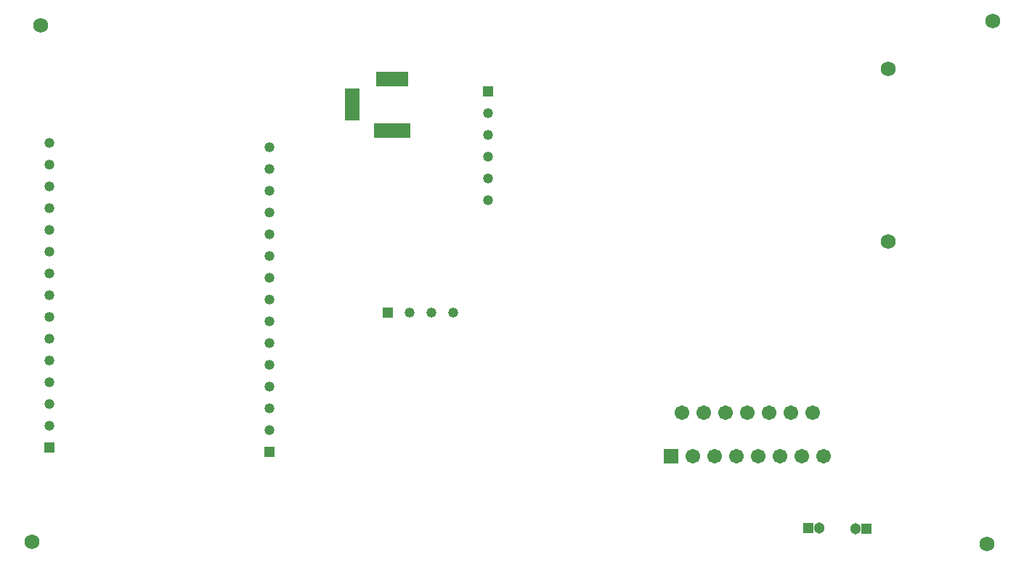
<source format=gbs>
%TF.GenerationSoftware,Altium Limited,Altium Designer,23.7.1 (13)*%
G04 Layer_Color=16711935*
%FSLAX45Y45*%
%MOMM*%
%TF.SameCoordinates,4FC3C7EC-8D88-42E2-AD13-77C46488DAC4*%
%TF.FilePolarity,Negative*%
%TF.FileFunction,Soldermask,Bot*%
%TF.Part,Single*%
G01*
G75*
%TA.AperFunction,WasherPad*%
%ADD39C,1.72720*%
%TA.AperFunction,ComponentPad*%
%ADD40R,1.30320X1.30320*%
%ADD41C,1.30320*%
%ADD42C,1.70320*%
%ADD43R,1.70320X1.70320*%
%ADD44R,1.18820X1.18820*%
%ADD45C,1.18820*%
%ADD46R,4.20320X1.70320*%
%ADD47R,3.70320X1.70320*%
%ADD48R,1.70320X3.70320*%
%ADD49R,1.18820X1.18820*%
D39*
X10414000Y5892800D02*
D03*
Y3873500D02*
D03*
X11569700Y342900D02*
D03*
X11633200Y6451600D02*
D03*
X431800Y368300D02*
D03*
X533400Y6400800D02*
D03*
D40*
X9486900Y533400D02*
D03*
X10160000Y520700D02*
D03*
D41*
X9613900Y533400D02*
D03*
X10033000Y520700D02*
D03*
D42*
X9664700Y1371600D02*
D03*
X9537700Y1879600D02*
D03*
X9410700Y1371600D02*
D03*
X9283700Y1879600D02*
D03*
X9156700Y1371600D02*
D03*
X9029700Y1879600D02*
D03*
X8902700Y1371600D02*
D03*
X8775700Y1879600D02*
D03*
X8648700Y1371600D02*
D03*
X8521700Y1879600D02*
D03*
X8394700Y1371600D02*
D03*
X8267700Y1879600D02*
D03*
X8140700Y1371600D02*
D03*
X8013700Y1879600D02*
D03*
D43*
X7886700Y1371600D02*
D03*
D44*
X3200400Y1422400D02*
D03*
X635000Y1473200D02*
D03*
X5753100Y5626100D02*
D03*
D45*
X3200400Y1676400D02*
D03*
Y1930400D02*
D03*
Y2184400D02*
D03*
Y2438400D02*
D03*
Y2692400D02*
D03*
Y2946400D02*
D03*
Y3200400D02*
D03*
Y3454400D02*
D03*
Y3708400D02*
D03*
Y3962400D02*
D03*
Y4216400D02*
D03*
Y4470400D02*
D03*
Y4724400D02*
D03*
Y4978400D02*
D03*
X635000Y1727200D02*
D03*
Y1981200D02*
D03*
Y2235200D02*
D03*
Y2489200D02*
D03*
Y2743200D02*
D03*
Y2997200D02*
D03*
Y3251200D02*
D03*
Y3505200D02*
D03*
Y3759200D02*
D03*
Y4013200D02*
D03*
Y4267200D02*
D03*
Y4521200D02*
D03*
Y4775200D02*
D03*
Y5029200D02*
D03*
X5346700Y3048000D02*
D03*
X5092700D02*
D03*
X4838700D02*
D03*
X5753100Y4356100D02*
D03*
Y4610100D02*
D03*
Y4864100D02*
D03*
Y5118100D02*
D03*
Y5372100D02*
D03*
D46*
X4635500Y5173700D02*
D03*
D47*
Y5773700D02*
D03*
D48*
X4165500Y5473700D02*
D03*
D49*
X4584700Y3048000D02*
D03*
%TF.MD5,dfbce25938f44cb424cbde4cb4afa5a4*%
M02*

</source>
